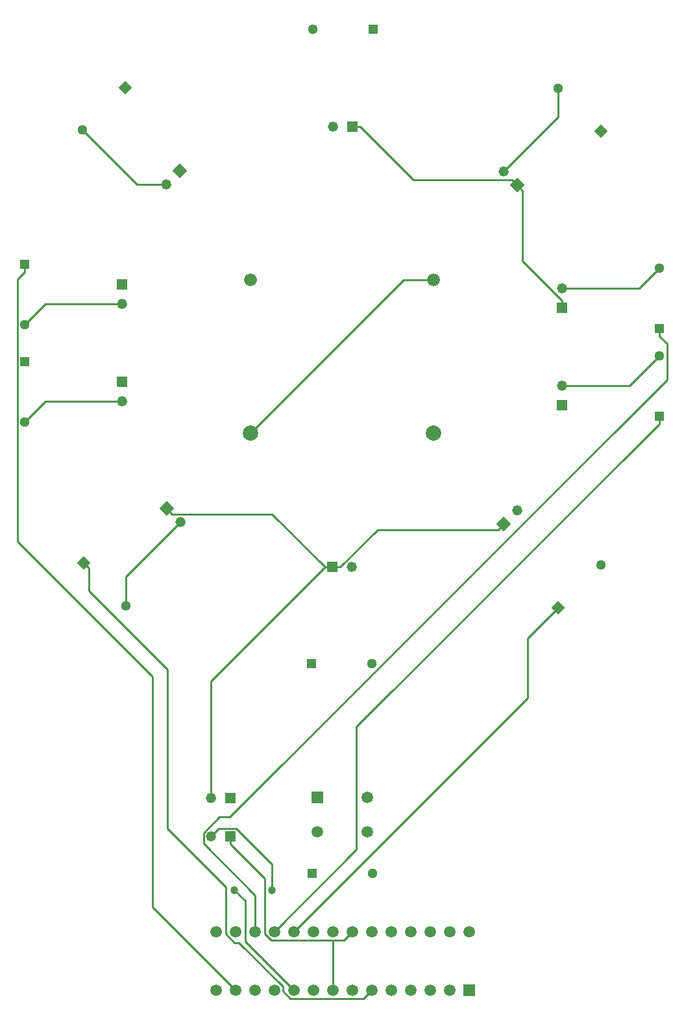
<source format=gbr>
%TF.GenerationSoftware,KiCad,Pcbnew,7.0.8*%
%TF.CreationDate,2023-11-15T11:24:06+01:00*%
%TF.ProjectId,ATMegaSpin,41544d65-6761-4537-9069-6e2e6b696361,rev?*%
%TF.SameCoordinates,Original*%
%TF.FileFunction,Copper,L2,Bot*%
%TF.FilePolarity,Positive*%
%FSLAX46Y46*%
G04 Gerber Fmt 4.6, Leading zero omitted, Abs format (unit mm)*
G04 Created by KiCad (PCBNEW 7.0.8) date 2023-11-15 11:24:06*
%MOMM*%
%LPD*%
G01*
G04 APERTURE LIST*
G04 Aperture macros list*
%AMRotRect*
0 Rectangle, with rotation*
0 The origin of the aperture is its center*
0 $1 length*
0 $2 width*
0 $3 Rotation angle, in degrees counterclockwise*
0 Add horizontal line*
21,1,$1,$2,0,0,$3*%
G04 Aperture macros list end*
%TA.AperFunction,ComponentPad*%
%ADD10C,1.030000*%
%TD*%
%TA.AperFunction,ComponentPad*%
%ADD11C,1.320800*%
%TD*%
%TA.AperFunction,ComponentPad*%
%ADD12R,1.320800X1.320800*%
%TD*%
%TA.AperFunction,ComponentPad*%
%ADD13C,1.676400*%
%TD*%
%TA.AperFunction,ComponentPad*%
%ADD14C,2.006600*%
%TD*%
%TA.AperFunction,ComponentPad*%
%ADD15C,1.295400*%
%TD*%
%TA.AperFunction,ComponentPad*%
%ADD16RotRect,1.295400X1.295400X225.000000*%
%TD*%
%TA.AperFunction,ComponentPad*%
%ADD17R,1.295400X1.295400*%
%TD*%
%TA.AperFunction,ComponentPad*%
%ADD18RotRect,1.320800X1.320800X315.000000*%
%TD*%
%TA.AperFunction,ComponentPad*%
%ADD19R,1.508000X1.508000*%
%TD*%
%TA.AperFunction,ComponentPad*%
%ADD20C,1.508000*%
%TD*%
%TA.AperFunction,ComponentPad*%
%ADD21RotRect,1.320800X1.320800X135.000000*%
%TD*%
%TA.AperFunction,ComponentPad*%
%ADD22RotRect,1.295400X1.295400X315.000000*%
%TD*%
%TA.AperFunction,ComponentPad*%
%ADD23RotRect,1.320800X1.320800X45.000000*%
%TD*%
%TA.AperFunction,ComponentPad*%
%ADD24RotRect,1.320800X1.320800X225.000000*%
%TD*%
%TA.AperFunction,ComponentPad*%
%ADD25RotRect,1.295400X1.295400X45.000000*%
%TD*%
%TA.AperFunction,ComponentPad*%
%ADD26RotRect,1.295400X1.295400X135.000000*%
%TD*%
%TA.AperFunction,Conductor*%
%ADD27C,0.250000*%
%TD*%
G04 APERTURE END LIST*
D10*
%TO.P,Y1,2*%
%TO.N,Net-(C1-Pad1)*%
X87560000Y-147000000D03*
%TO.P,Y1,1*%
%TO.N,Net-(C2-Pad2)*%
X92440000Y-147000000D03*
%TD*%
D11*
%TO.P,C2,2*%
%TO.N,Net-(C2-Pad2)*%
X84500000Y-140000000D03*
D12*
%TO.P,C2,1*%
%TO.N,GND*%
X87000000Y-140000000D03*
%TD*%
D11*
%TO.P,C1,2*%
%TO.N,GND*%
X84500000Y-135000000D03*
D12*
%TO.P,C1,1*%
%TO.N,Net-(C1-Pad1)*%
X87000000Y-135000000D03*
%TD*%
D13*
%TO.P,B2,1*%
%TO.N,GND*%
X89662000Y-67469000D03*
D14*
%TO.P,B2,2*%
%TO.N,Net-(B1-Pad1)*%
X89662000Y-87458800D03*
%TD*%
%TO.P,B1,2*%
%TO.N,Net-(B1-Pad2)*%
X113538000Y-87458800D03*
D13*
%TO.P,B1,1*%
%TO.N,Net-(B1-Pad1)*%
X113538000Y-67469000D03*
%TD*%
D15*
%TO.P,R5,2*%
%TO.N,Net-(LED5-Pad2)*%
X67737841Y-47905659D03*
D16*
%TO.P,R5,1*%
%TO.N,Net-(R5-Pad1)*%
X73305600Y-42337900D03*
%TD*%
D17*
%TO.P,R11,1*%
%TO.N,Net-(R11-Pad1)*%
X97715000Y-144816000D03*
D15*
%TO.P,R11,2*%
%TO.N,GND*%
X105589000Y-144816000D03*
%TD*%
D11*
%TO.P,LED2,2*%
%TO.N,Net-(LED2-Pad2)*%
X80517951Y-99059951D03*
D18*
%TO.P,LED2,1*%
%TO.N,GND*%
X78721900Y-97263900D03*
%TD*%
D17*
%TO.P,R8,1*%
%TO.N,Net-(R8-Pad1)*%
X143002000Y-73787000D03*
D15*
%TO.P,R8,2*%
%TO.N,Net-(LED8-Pad2)*%
X143002000Y-65913000D03*
%TD*%
D12*
%TO.P,LED9,1*%
%TO.N,GND*%
X130302000Y-83820000D03*
D11*
%TO.P,LED9,2*%
%TO.N,Net-(LED9-Pad2)*%
X130302000Y-81280000D03*
%TD*%
D17*
%TO.P,R6,1*%
%TO.N,Net-(R6-Pad1)*%
X105632300Y-34798000D03*
D15*
%TO.P,R6,2*%
%TO.N,Net-(LED6-Pad2)*%
X97758300Y-34798000D03*
%TD*%
D19*
%TO.P,S1,1*%
%TO.N,Net-(B1-Pad2)*%
X98402000Y-134946000D03*
D20*
%TO.P,S1,2*%
%TO.N,unconnected-(S1-Pad2)*%
X104902000Y-134946000D03*
%TO.P,S1,3*%
%TO.N,Net-(R11-Pad1)*%
X98402000Y-139446000D03*
%TO.P,S1,4*%
%TO.N,Net-(S1-Pad4)*%
X104902000Y-139446000D03*
%TD*%
D17*
%TO.P,R9,1*%
%TO.N,Net-(R9-Pad1)*%
X143002000Y-85217000D03*
D15*
%TO.P,R9,2*%
%TO.N,Net-(LED9-Pad2)*%
X143002000Y-77343000D03*
%TD*%
%TO.P,R1,2*%
%TO.N,Net-(LED1-Pad2)*%
X105517000Y-117502000D03*
D17*
%TO.P,R1,1*%
%TO.N,Net-(R1-Pad1)*%
X97643000Y-117502000D03*
%TD*%
D11*
%TO.P,LED7,2*%
%TO.N,Net-(LED7-Pad2)*%
X122663949Y-53321949D03*
D21*
%TO.P,LED7,1*%
%TO.N,GND*%
X124460000Y-55118000D03*
%TD*%
D15*
%TO.P,R3,2*%
%TO.N,Net-(LED3-Pad2)*%
X60198000Y-85979000D03*
D17*
%TO.P,R3,1*%
%TO.N,Net-(R3-Pad1)*%
X60198000Y-78105000D03*
%TD*%
D15*
%TO.P,R2,2*%
%TO.N,Net-(LED2-Pad2)*%
X73423559Y-109926159D03*
D22*
%TO.P,R2,1*%
%TO.N,Net-(R2-Pad1)*%
X67855800Y-104358400D03*
%TD*%
D11*
%TO.P,LED10,2*%
%TO.N,Net-(LED10-Pad2)*%
X124478051Y-97517949D03*
D23*
%TO.P,LED10,1*%
%TO.N,GND*%
X122682000Y-99314000D03*
%TD*%
D11*
%TO.P,LED3,2*%
%TO.N,Net-(LED3-Pad2)*%
X72898000Y-83312000D03*
D12*
%TO.P,LED3,1*%
%TO.N,GND*%
X72898000Y-80772000D03*
%TD*%
D15*
%TO.P,R4,2*%
%TO.N,Net-(LED4-Pad2)*%
X60198000Y-73279000D03*
D17*
%TO.P,R4,1*%
%TO.N,Net-(R4-Pad1)*%
X60198000Y-65405000D03*
%TD*%
D11*
%TO.P,LED5,2*%
%TO.N,Net-(LED5-Pad2)*%
X78603949Y-55000051D03*
D24*
%TO.P,LED5,1*%
%TO.N,GND*%
X80400000Y-53204000D03*
%TD*%
D12*
%TO.P,LED1,1*%
%TO.N,GND*%
X100330000Y-104902000D03*
D11*
%TO.P,LED1,2*%
%TO.N,Net-(LED1-Pad2)*%
X102870000Y-104902000D03*
%TD*%
D12*
%TO.P,LED8,1*%
%TO.N,GND*%
X130302000Y-71120000D03*
D11*
%TO.P,LED8,2*%
%TO.N,Net-(LED8-Pad2)*%
X130302000Y-68580000D03*
%TD*%
D15*
%TO.P,R10,2*%
%TO.N,Net-(LED10-Pad2)*%
X135344159Y-104612341D03*
D25*
%TO.P,R10,1*%
%TO.N,Net-(R10-Pad1)*%
X129776400Y-110180100D03*
%TD*%
D15*
%TO.P,R7,2*%
%TO.N,Net-(LED7-Pad2)*%
X129758341Y-42455841D03*
D26*
%TO.P,R7,1*%
%TO.N,Net-(R7-Pad1)*%
X135326100Y-48023600D03*
%TD*%
D11*
%TO.P,LED4,2*%
%TO.N,Net-(LED4-Pad2)*%
X72898000Y-70612000D03*
D12*
%TO.P,LED4,1*%
%TO.N,GND*%
X72898000Y-68072000D03*
%TD*%
%TO.P,LED6,1*%
%TO.N,GND*%
X102965300Y-47498000D03*
D11*
%TO.P,LED6,2*%
%TO.N,Net-(LED6-Pad2)*%
X100425300Y-47498000D03*
%TD*%
D19*
%TO.P,X1,1,1*%
%TO.N,unconnected-(X1-Pad1)*%
X118162000Y-160056000D03*
D20*
%TO.P,X1,2,2*%
%TO.N,Net-(R1-Pad1)*%
X115622000Y-160056000D03*
%TO.P,X1,3,3*%
%TO.N,unconnected-(X1-Pad3)*%
X113082000Y-160056000D03*
%TO.P,X1,4,4*%
%TO.N,unconnected-(X1-Pad4)*%
X110542000Y-160056000D03*
%TO.P,X1,5,5*%
%TO.N,Net-(S1-Pad4)*%
X108002000Y-160056000D03*
%TO.P,X1,6,6*%
%TO.N,Net-(R2-Pad1)*%
X105462000Y-160056000D03*
%TO.P,X1,7,7*%
%TO.N,Net-(B1-Pad2)*%
X102922000Y-160056000D03*
%TO.P,X1,8,8*%
%TO.N,GND*%
X100382000Y-160056000D03*
%TO.P,X1,9,9*%
%TO.N,Net-(C2-Pad2)*%
X97842000Y-160056000D03*
%TO.P,X1,10,10*%
%TO.N,Net-(C1-Pad1)*%
X95302000Y-160056000D03*
%TO.P,X1,11,11*%
%TO.N,unconnected-(X1-Pad11)*%
X92762000Y-160056000D03*
%TO.P,X1,12,12*%
%TO.N,Net-(R3-Pad1)*%
X90222000Y-160056000D03*
%TO.P,X1,13,13*%
%TO.N,Net-(R4-Pad1)*%
X87682000Y-160056000D03*
%TO.P,X1,14,14*%
%TO.N,Net-(R5-Pad1)*%
X85142000Y-160056000D03*
%TO.P,X1,15,15*%
%TO.N,Net-(R6-Pad1)*%
X85142000Y-152436000D03*
%TO.P,X1,16,16*%
%TO.N,Net-(R7-Pad1)*%
X87682000Y-152436000D03*
%TO.P,X1,17,17*%
%TO.N,Net-(R8-Pad1)*%
X90222000Y-152436000D03*
%TO.P,X1,18,18*%
%TO.N,Net-(R9-Pad1)*%
X92762000Y-152436000D03*
%TO.P,X1,19,19*%
%TO.N,Net-(R10-Pad1)*%
X95302000Y-152436000D03*
%TO.P,X1,20,20*%
%TO.N,unconnected-(X1-Pad20)*%
X97842000Y-152436000D03*
%TO.P,X1,21,21*%
%TO.N,unconnected-(X1-Pad21)*%
X100382000Y-152436000D03*
%TO.P,X1,22,22*%
%TO.N,GND*%
X102922000Y-152436000D03*
%TO.P,X1,23,23*%
%TO.N,unconnected-(X1-Pad23)*%
X105462000Y-152436000D03*
%TO.P,X1,24,24*%
%TO.N,unconnected-(X1-Pad24)*%
X108002000Y-152436000D03*
%TO.P,X1,25,25*%
%TO.N,unconnected-(X1-Pad25)*%
X110542000Y-152436000D03*
%TO.P,X1,26,26*%
%TO.N,unconnected-(X1-Pad26)*%
X113082000Y-152436000D03*
%TO.P,X1,27,27*%
%TO.N,unconnected-(X1-Pad27)*%
X115622000Y-152436000D03*
%TO.P,X1,28,28*%
%TO.N,unconnected-(X1-Pad28)*%
X118162000Y-152436000D03*
%TD*%
D27*
%TO.N,Net-(C2-Pad2)*%
X85487300Y-139012700D02*
X84500000Y-140000000D01*
X87801000Y-139012700D02*
X85487300Y-139012700D01*
X92440000Y-143651700D02*
X87801000Y-139012700D01*
X92440000Y-147000000D02*
X92440000Y-143651700D01*
%TO.N,Net-(C1-Pad1)*%
X88952000Y-148392000D02*
X87560000Y-147000000D01*
X88952000Y-153706000D02*
X88952000Y-148392000D01*
X95302000Y-160056000D02*
X88952000Y-153706000D01*
%TO.N,Net-(B1-Pad1)*%
X109651800Y-67469000D02*
X89662000Y-87458800D01*
X113538000Y-67469000D02*
X109651800Y-67469000D01*
%TO.N,Net-(R10-Pad1)*%
X125808900Y-114147600D02*
X129776400Y-110180100D01*
X125808900Y-121929100D02*
X125808900Y-114147600D01*
X95302000Y-152436000D02*
X125808900Y-121929100D01*
%TO.N,Net-(R9-Pad1)*%
X143002000Y-85217000D02*
X143002000Y-86191600D01*
X103468800Y-125724800D02*
X143002000Y-86191600D01*
X103468800Y-141729200D02*
X103468800Y-125724800D01*
X92762000Y-152436000D02*
X103468800Y-141729200D01*
%TO.N,Net-(R8-Pad1)*%
X143002000Y-73787000D02*
X143002000Y-74761600D01*
X143976600Y-75736200D02*
X143002000Y-74761600D01*
X143976600Y-80471100D02*
X143976600Y-75736200D01*
X86962700Y-137485000D02*
X143976600Y-80471100D01*
X85594500Y-137485000D02*
X86962700Y-137485000D01*
X83506600Y-139572900D02*
X85594500Y-137485000D01*
X83506600Y-140964000D02*
X83506600Y-139572900D01*
X90222000Y-147679400D02*
X83506600Y-140964000D01*
X90222000Y-152436000D02*
X90222000Y-147679400D01*
%TO.N,Net-(R4-Pad1)*%
X76868300Y-149242300D02*
X87682000Y-160056000D01*
X76868300Y-119193200D02*
X76868300Y-149242300D01*
X59214100Y-101539000D02*
X76868300Y-119193200D01*
X59214100Y-67363500D02*
X59214100Y-101539000D01*
X60198000Y-66379600D02*
X59214100Y-67363500D01*
X60198000Y-65405000D02*
X60198000Y-66379600D01*
%TO.N,Net-(R2-Pad1)*%
X68544900Y-105047600D02*
X68545000Y-105047500D01*
X68544900Y-108018400D02*
X68544900Y-105047600D01*
X78784600Y-118258100D02*
X68544900Y-108018400D01*
X78784600Y-138986500D02*
X78784600Y-118258100D01*
X86412000Y-146613900D02*
X78784600Y-138986500D01*
X86412000Y-152712200D02*
X86412000Y-146613900D01*
X87569000Y-153869200D02*
X86412000Y-152712200D01*
X88115200Y-153869200D02*
X87569000Y-153869200D01*
X93842900Y-159596900D02*
X88115200Y-153869200D01*
X93842900Y-160168100D02*
X93842900Y-159596900D01*
X94836200Y-161161400D02*
X93842900Y-160168100D01*
X104356600Y-161161400D02*
X94836200Y-161161400D01*
X105462000Y-160056000D02*
X104356600Y-161161400D01*
X67855800Y-104358400D02*
X68545000Y-105047500D01*
%TO.N,Net-(LED9-Pad2)*%
X139065000Y-81280000D02*
X143002000Y-77343000D01*
X130302000Y-81280000D02*
X139065000Y-81280000D01*
%TO.N,Net-(LED8-Pad2)*%
X140335000Y-68580000D02*
X143002000Y-65913000D01*
X130302000Y-68580000D02*
X140335000Y-68580000D01*
%TO.N,Net-(LED7-Pad2)*%
X129758300Y-46227500D02*
X129758300Y-42455800D01*
X122663900Y-53321900D02*
X129758300Y-46227500D01*
%TO.N,Net-(LED5-Pad2)*%
X74832200Y-55000100D02*
X67737800Y-47905700D01*
X78603900Y-55000100D02*
X74832200Y-55000100D01*
%TO.N,Net-(LED4-Pad2)*%
X62865000Y-70612000D02*
X60198000Y-73279000D01*
X72898000Y-70612000D02*
X62865000Y-70612000D01*
%TO.N,Net-(LED3-Pad2)*%
X62865000Y-83312000D02*
X60198000Y-85979000D01*
X72898000Y-83312000D02*
X62865000Y-83312000D01*
%TO.N,Net-(LED2-Pad2)*%
X73423600Y-106154400D02*
X73423600Y-109926200D01*
X80518000Y-99060000D02*
X73423600Y-106154400D01*
%TO.N,GND*%
X92402700Y-97962000D02*
X79420000Y-97962000D01*
X99342700Y-104902000D02*
X92402700Y-97962000D01*
X100330000Y-104902000D02*
X99342700Y-104902000D01*
X78721900Y-97263900D02*
X79420000Y-97962000D01*
X106207200Y-100012100D02*
X101317300Y-104902000D01*
X121983900Y-100012100D02*
X106207200Y-100012100D01*
X122682000Y-99314000D02*
X121983900Y-100012100D01*
X100330000Y-104902000D02*
X101317300Y-104902000D01*
X87000000Y-140000000D02*
X87000000Y-140987300D01*
X125158100Y-64988800D02*
X125158100Y-55816100D01*
X130302000Y-70132700D02*
X125158100Y-64988800D01*
X130302000Y-71120000D02*
X130302000Y-70132700D01*
X84500000Y-119744700D02*
X99342700Y-104902000D01*
X84500000Y-135000000D02*
X84500000Y-119744700D01*
X100382000Y-153554900D02*
X100382000Y-160056000D01*
X101803100Y-153554900D02*
X100382000Y-153554900D01*
X102922000Y-152436000D02*
X101803100Y-153554900D01*
X91492000Y-145479300D02*
X87000000Y-140987300D01*
X91492000Y-152733800D02*
X91492000Y-145479300D01*
X92313100Y-153554900D02*
X91492000Y-152733800D01*
X100382000Y-153554900D02*
X92313100Y-153554900D01*
X124460000Y-55118000D02*
X125158100Y-55816100D01*
X110874500Y-54419900D02*
X123761900Y-54419900D01*
X103952600Y-47498000D02*
X110874500Y-54419900D01*
X102965300Y-47498000D02*
X103952600Y-47498000D01*
X124460000Y-55118000D02*
X123761900Y-54419900D01*
%TD*%
M02*

</source>
